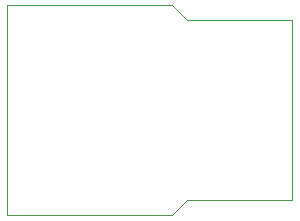
<source format=gbr>
G04 #@! TF.GenerationSoftware,KiCad,Pcbnew,(5.1.2)-1*
G04 #@! TF.CreationDate,2019-07-14T19:38:15+02:00*
G04 #@! TF.ProjectId,pogo,706f676f-2e6b-4696-9361-645f70636258,rev?*
G04 #@! TF.SameCoordinates,Original*
G04 #@! TF.FileFunction,Profile,NP*
%FSLAX46Y46*%
G04 Gerber Fmt 4.6, Leading zero omitted, Abs format (unit mm)*
G04 Created by KiCad (PCBNEW (5.1.2)-1) date 2019-07-14 19:38:15*
%MOMM*%
%LPD*%
G04 APERTURE LIST*
%ADD10C,0.050000*%
G04 APERTURE END LIST*
D10*
X83820000Y-74930000D02*
X83820000Y-57150000D01*
X97790000Y-74930000D02*
X83820000Y-74930000D01*
X99060000Y-73660000D02*
X97790000Y-74930000D01*
X107950000Y-73660000D02*
X99060000Y-73660000D01*
X107950000Y-58420000D02*
X107950000Y-73660000D01*
X99060000Y-58420000D02*
X107950000Y-58420000D01*
X97790000Y-57150000D02*
X99060000Y-58420000D01*
X83820000Y-57150000D02*
X97790000Y-57150000D01*
M02*

</source>
